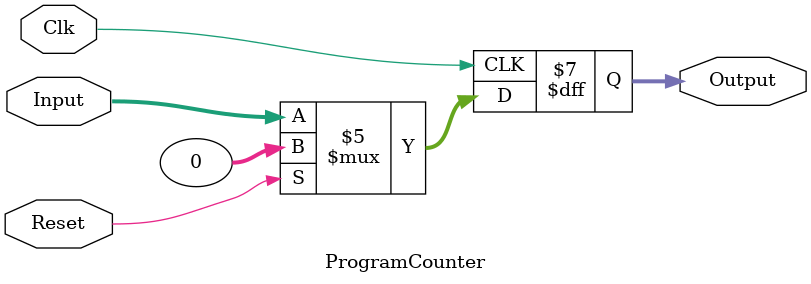
<source format=v>
`timescale 1ns / 1ps

module ProgramCounter(

	input [31:0] Input, //input address 
	input Clk,
    input Reset,
	output reg [31:0] Output //output the result
	);
	initial 
	begin
	   Output <= 32'd0; //Sets it to 0 initially
	end
	
	always @ (posedge Clk) begin//at the start of every clk cycle
        if (Reset == 1) begin 
            Output <=0;
            end
        else begin 
            Output <= Input;//assign the PCResult to Address Resister 
        end
        
    end
   

endmodule

</source>
